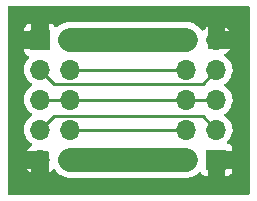
<source format=gbr>
%TF.GenerationSoftware,KiCad,Pcbnew,(6.0.1)*%
%TF.CreationDate,2022-03-23T16:26:21+01:00*%
%TF.ProjectId,tussenstukpw22,74757373-656e-4737-9475-6b707732322e,rev?*%
%TF.SameCoordinates,Original*%
%TF.FileFunction,Copper,L1,Top*%
%TF.FilePolarity,Positive*%
%FSLAX46Y46*%
G04 Gerber Fmt 4.6, Leading zero omitted, Abs format (unit mm)*
G04 Created by KiCad (PCBNEW (6.0.1)) date 2022-03-23 16:26:21*
%MOMM*%
%LPD*%
G01*
G04 APERTURE LIST*
%TA.AperFunction,ComponentPad*%
%ADD10R,1.700000X1.700000*%
%TD*%
%TA.AperFunction,ComponentPad*%
%ADD11O,1.700000X1.700000*%
%TD*%
%TA.AperFunction,Conductor*%
%ADD12C,2.000000*%
%TD*%
%TA.AperFunction,Conductor*%
%ADD13C,0.250000*%
%TD*%
G04 APERTURE END LIST*
D10*
%TO.P,J1,1,Pin_1*%
%TO.N,GND*%
X166245000Y-93375000D03*
D11*
%TO.P,J1,2,Pin_2*%
%TO.N,+24V*%
X168785000Y-93375000D03*
%TO.P,J1,3,Pin_3*%
%TO.N,/SDA*%
X166245000Y-95915000D03*
%TO.P,J1,4,Pin_4*%
%TO.N,/SCL*%
X168785000Y-95915000D03*
%TO.P,J1,5,Pin_5*%
%TO.N,/SEL*%
X166245000Y-98455000D03*
%TO.P,J1,6,Pin_6*%
X168785000Y-98455000D03*
%TO.P,J1,7,Pin_7*%
%TO.N,/SDA*%
X166245000Y-100995000D03*
%TO.P,J1,8,Pin_8*%
%TO.N,/SCL*%
X168785000Y-100995000D03*
%TO.P,J1,9,Pin_9*%
%TO.N,GND*%
X166245000Y-103535000D03*
%TO.P,J1,10,Pin_10*%
%TO.N,+24V*%
X168785000Y-103535000D03*
%TD*%
D10*
%TO.P,J2,1,Pin_1*%
%TO.N,GND*%
X181190000Y-103530000D03*
D11*
%TO.P,J2,2,Pin_2*%
%TO.N,+24V*%
X178650000Y-103530000D03*
%TO.P,J2,3,Pin_3*%
%TO.N,/SDA*%
X181190000Y-100990000D03*
%TO.P,J2,4,Pin_4*%
%TO.N,/SCL*%
X178650000Y-100990000D03*
%TO.P,J2,5,Pin_5*%
%TO.N,/SEL*%
X181190000Y-98450000D03*
%TO.P,J2,6,Pin_6*%
X178650000Y-98450000D03*
%TO.P,J2,7,Pin_7*%
%TO.N,/SDA*%
X181190000Y-95910000D03*
%TO.P,J2,8,Pin_8*%
%TO.N,/SCL*%
X178650000Y-95910000D03*
%TO.P,J2,9,Pin_9*%
%TO.N,GND*%
X181190000Y-93370000D03*
%TO.P,J2,10,Pin_10*%
%TO.N,+24V*%
X178650000Y-93370000D03*
%TD*%
D12*
%TO.N,+24V*%
X168785000Y-93375000D02*
X178645000Y-93375000D01*
X178645000Y-103535000D02*
X178650000Y-103530000D01*
X168785000Y-103535000D02*
X178645000Y-103535000D01*
X178645000Y-93375000D02*
X178650000Y-93370000D01*
D13*
%TO.N,/SDA*%
X180015489Y-99815489D02*
X181190000Y-100990000D01*
X167424511Y-99815489D02*
X180015489Y-99815489D01*
X167419511Y-97089511D02*
X180010489Y-97089511D01*
X180010489Y-97089511D02*
X181190000Y-95910000D01*
X166245000Y-95915000D02*
X167419511Y-97089511D01*
X166245000Y-100995000D02*
X167424511Y-99815489D01*
%TO.N,/SCL*%
X168785000Y-95915000D02*
X178645000Y-95915000D01*
X178645000Y-95915000D02*
X178650000Y-95910000D01*
X168785000Y-100995000D02*
X178645000Y-100995000D01*
X178645000Y-100995000D02*
X178650000Y-100990000D01*
%TO.N,/SEL*%
X178645000Y-98455000D02*
X178650000Y-98450000D01*
X166245000Y-98455000D02*
X168785000Y-98455000D01*
X178650000Y-98450000D02*
X181190000Y-98450000D01*
X168785000Y-98455000D02*
X178645000Y-98455000D01*
%TD*%
%TA.AperFunction,Conductor*%
%TO.N,GND*%
G36*
X183934121Y-90528002D02*
G01*
X183980614Y-90581658D01*
X183992000Y-90634000D01*
X183992000Y-106366000D01*
X183971998Y-106434121D01*
X183918342Y-106480614D01*
X183866000Y-106492000D01*
X163634000Y-106492000D01*
X163565879Y-106471998D01*
X163519386Y-106418342D01*
X163508000Y-106366000D01*
X163508000Y-104289741D01*
X165116290Y-104289741D01*
X165118536Y-104295965D01*
X165142694Y-104335388D01*
X165148777Y-104343699D01*
X165288213Y-104504667D01*
X165295580Y-104511883D01*
X165459434Y-104647916D01*
X165467880Y-104653831D01*
X165479359Y-104660538D01*
X165493045Y-104663934D01*
X165493965Y-104662778D01*
X165495000Y-104657482D01*
X165495000Y-104303115D01*
X165490525Y-104287876D01*
X165489135Y-104286671D01*
X165481452Y-104285000D01*
X165129931Y-104285000D01*
X165116400Y-104288973D01*
X165116290Y-104289741D01*
X163508000Y-104289741D01*
X163508000Y-100961695D01*
X164882251Y-100961695D01*
X164882548Y-100966848D01*
X164882548Y-100966851D01*
X164887914Y-101059908D01*
X164895110Y-101184715D01*
X164896247Y-101189761D01*
X164896248Y-101189767D01*
X164917265Y-101283023D01*
X164944222Y-101402639D01*
X165028266Y-101609616D01*
X165075955Y-101687438D01*
X165142291Y-101795688D01*
X165144987Y-101800088D01*
X165291250Y-101968938D01*
X165463126Y-102111632D01*
X165503443Y-102135191D01*
X165536955Y-102154774D01*
X165585679Y-102206412D01*
X165598750Y-102276195D01*
X165572019Y-102341967D01*
X165531562Y-102375327D01*
X165523457Y-102379546D01*
X165514738Y-102385036D01*
X165344433Y-102512905D01*
X165336726Y-102519748D01*
X165189590Y-102673717D01*
X165183104Y-102681727D01*
X165122865Y-102770034D01*
X165118653Y-102783046D01*
X165127076Y-102785000D01*
X166869000Y-102785000D01*
X166937121Y-102805002D01*
X166983614Y-102858658D01*
X166995000Y-102911000D01*
X166995000Y-104650071D01*
X166998751Y-104662844D01*
X167007284Y-104659424D01*
X167120328Y-104578792D01*
X167128200Y-104572139D01*
X167279052Y-104421812D01*
X167285723Y-104413972D01*
X167320672Y-104365336D01*
X167376667Y-104321688D01*
X167447370Y-104315242D01*
X167510335Y-104348045D01*
X167527207Y-104368039D01*
X167563752Y-104421812D01*
X167605544Y-104483307D01*
X167772332Y-104659681D01*
X167776358Y-104662759D01*
X167776359Y-104662760D01*
X167961154Y-104804047D01*
X167961158Y-104804050D01*
X167965174Y-104807120D01*
X167969632Y-104809510D01*
X167969633Y-104809511D01*
X168061335Y-104858681D01*
X168179109Y-104921831D01*
X168408631Y-105000862D01*
X168507978Y-105018022D01*
X168643926Y-105041504D01*
X168643932Y-105041505D01*
X168647836Y-105042179D01*
X168651797Y-105042359D01*
X168651798Y-105042359D01*
X168675506Y-105043436D01*
X168675525Y-105043436D01*
X168676925Y-105043500D01*
X178620984Y-105043500D01*
X178624502Y-105043549D01*
X178719150Y-105046193D01*
X178719153Y-105046193D01*
X178724205Y-105046334D01*
X178802098Y-105035941D01*
X178808639Y-105035242D01*
X178837332Y-105032933D01*
X178881923Y-105029346D01*
X178881927Y-105029345D01*
X178886965Y-105028940D01*
X178918878Y-105021101D01*
X178932258Y-105018574D01*
X178964820Y-105014229D01*
X178969661Y-105012768D01*
X178969663Y-105012767D01*
X179040029Y-104991522D01*
X179046392Y-104989781D01*
X179122706Y-104971037D01*
X179152952Y-104958199D01*
X179165763Y-104953561D01*
X179192362Y-104945530D01*
X179197208Y-104944067D01*
X179201756Y-104941849D01*
X179201763Y-104941846D01*
X179267818Y-104909629D01*
X179273820Y-104906893D01*
X179328871Y-104883525D01*
X179346156Y-104876188D01*
X179373956Y-104858681D01*
X179385860Y-104852055D01*
X179415388Y-104837654D01*
X179479600Y-104792357D01*
X179485086Y-104788699D01*
X179547286Y-104749529D01*
X179547287Y-104749528D01*
X179551567Y-104746833D01*
X179555356Y-104743492D01*
X179555362Y-104743488D01*
X179576217Y-104725102D01*
X179586912Y-104716656D01*
X179589863Y-104714574D01*
X179613747Y-104697726D01*
X179635250Y-104678091D01*
X179674966Y-104638375D01*
X179680719Y-104632971D01*
X179707238Y-104609592D01*
X179771561Y-104579548D01*
X179841919Y-104589049D01*
X179891387Y-104628542D01*
X179971715Y-104735724D01*
X179984276Y-104748285D01*
X180086351Y-104824786D01*
X180101946Y-104833324D01*
X180222394Y-104878478D01*
X180237649Y-104882105D01*
X180288514Y-104887631D01*
X180295328Y-104888000D01*
X180421885Y-104888000D01*
X180437124Y-104883525D01*
X180438329Y-104882135D01*
X180440000Y-104874452D01*
X180440000Y-104869884D01*
X181940000Y-104869884D01*
X181944475Y-104885123D01*
X181945865Y-104886328D01*
X181953548Y-104887999D01*
X182084669Y-104887999D01*
X182091490Y-104887629D01*
X182142352Y-104882105D01*
X182157604Y-104878479D01*
X182278054Y-104833324D01*
X182293649Y-104824786D01*
X182395724Y-104748285D01*
X182408285Y-104735724D01*
X182484786Y-104633649D01*
X182493324Y-104618054D01*
X182538478Y-104497606D01*
X182542105Y-104482351D01*
X182547631Y-104431486D01*
X182548000Y-104424672D01*
X182548000Y-104298115D01*
X182543525Y-104282876D01*
X182542135Y-104281671D01*
X182534452Y-104280000D01*
X181958115Y-104280000D01*
X181942876Y-104284475D01*
X181941671Y-104285865D01*
X181940000Y-104293548D01*
X181940000Y-104869884D01*
X180440000Y-104869884D01*
X180440000Y-102906000D01*
X180460002Y-102837879D01*
X180513658Y-102791386D01*
X180566000Y-102780000D01*
X182529884Y-102780000D01*
X182545123Y-102775525D01*
X182546328Y-102774135D01*
X182547999Y-102766452D01*
X182547999Y-102635331D01*
X182547629Y-102628510D01*
X182542105Y-102577648D01*
X182538479Y-102562396D01*
X182493324Y-102441946D01*
X182484786Y-102426351D01*
X182408285Y-102324276D01*
X182395724Y-102311715D01*
X182293649Y-102235214D01*
X182278054Y-102226676D01*
X182167813Y-102185348D01*
X182111049Y-102142706D01*
X182086349Y-102076145D01*
X182101557Y-102006796D01*
X182123104Y-101978115D01*
X182224430Y-101877144D01*
X182224440Y-101877132D01*
X182228096Y-101873489D01*
X182358453Y-101692077D01*
X182379320Y-101649857D01*
X182455136Y-101496453D01*
X182455137Y-101496451D01*
X182457430Y-101491811D01*
X182522370Y-101278069D01*
X182551529Y-101056590D01*
X182553156Y-100990000D01*
X182534852Y-100767361D01*
X182480431Y-100550702D01*
X182391354Y-100345840D01*
X182270014Y-100158277D01*
X182119670Y-99993051D01*
X182115619Y-99989852D01*
X182115615Y-99989848D01*
X181948414Y-99857800D01*
X181948410Y-99857798D01*
X181944359Y-99854598D01*
X181903053Y-99831796D01*
X181853084Y-99781364D01*
X181838312Y-99711921D01*
X181863428Y-99645516D01*
X181890780Y-99618909D01*
X181961693Y-99568327D01*
X182069860Y-99491173D01*
X182228096Y-99333489D01*
X182358453Y-99152077D01*
X182401574Y-99064829D01*
X182455136Y-98956453D01*
X182455137Y-98956451D01*
X182457430Y-98951811D01*
X182522370Y-98738069D01*
X182551529Y-98516590D01*
X182553156Y-98450000D01*
X182534852Y-98227361D01*
X182480431Y-98010702D01*
X182391354Y-97805840D01*
X182339194Y-97725213D01*
X182272822Y-97622617D01*
X182272820Y-97622614D01*
X182270014Y-97618277D01*
X182119670Y-97453051D01*
X182115619Y-97449852D01*
X182115615Y-97449848D01*
X181948414Y-97317800D01*
X181948410Y-97317798D01*
X181944359Y-97314598D01*
X181903053Y-97291796D01*
X181853084Y-97241364D01*
X181838312Y-97171921D01*
X181863428Y-97105516D01*
X181890780Y-97078909D01*
X181961693Y-97028327D01*
X182069860Y-96951173D01*
X182228096Y-96793489D01*
X182358453Y-96612077D01*
X182401574Y-96524829D01*
X182455136Y-96416453D01*
X182455137Y-96416451D01*
X182457430Y-96411811D01*
X182522370Y-96198069D01*
X182551529Y-95976590D01*
X182553156Y-95910000D01*
X182534852Y-95687361D01*
X182480431Y-95470702D01*
X182391354Y-95265840D01*
X182276059Y-95087621D01*
X182272822Y-95082617D01*
X182272820Y-95082614D01*
X182270014Y-95078277D01*
X182119670Y-94913051D01*
X182115619Y-94909852D01*
X182115615Y-94909848D01*
X181948414Y-94777800D01*
X181948410Y-94777798D01*
X181944359Y-94774598D01*
X181902569Y-94751529D01*
X181852598Y-94701097D01*
X181837826Y-94631654D01*
X181862942Y-94565248D01*
X181890294Y-94538641D01*
X182065328Y-94413792D01*
X182073200Y-94407139D01*
X182224051Y-94256813D01*
X182230728Y-94248967D01*
X182312829Y-94134712D01*
X182317216Y-94122208D01*
X182308199Y-94120000D01*
X180566000Y-94120000D01*
X180497879Y-94099998D01*
X180451386Y-94046342D01*
X180440000Y-93994000D01*
X180440000Y-92601885D01*
X181940000Y-92601885D01*
X181944475Y-92617124D01*
X181945865Y-92618329D01*
X181953548Y-92620000D01*
X182304173Y-92620000D01*
X182317683Y-92616033D01*
X182314877Y-92608544D01*
X182272427Y-92542926D01*
X182266136Y-92534757D01*
X182122806Y-92377240D01*
X182115273Y-92370215D01*
X181950924Y-92240421D01*
X181942095Y-92238458D01*
X181940714Y-92240285D01*
X181940000Y-92244189D01*
X181940000Y-92601885D01*
X180440000Y-92601885D01*
X180440000Y-92252971D01*
X180436374Y-92240623D01*
X180427306Y-92244387D01*
X180289433Y-92347905D01*
X180281726Y-92354748D01*
X180134590Y-92508717D01*
X180128107Y-92516724D01*
X180115116Y-92535768D01*
X180060205Y-92580771D01*
X179989681Y-92588944D01*
X179925933Y-92557690D01*
X179905595Y-92533758D01*
X179848597Y-92446657D01*
X179845826Y-92442422D01*
X179754721Y-92342648D01*
X179685551Y-92266897D01*
X179685549Y-92266895D01*
X179682142Y-92263164D01*
X179563685Y-92169276D01*
X179495871Y-92115527D01*
X179495865Y-92115523D01*
X179491902Y-92112382D01*
X179347780Y-92031835D01*
X179284422Y-91996425D01*
X179284419Y-91996424D01*
X179280002Y-91993955D01*
X179165948Y-91952442D01*
X179056652Y-91912661D01*
X179056647Y-91912660D01*
X179051895Y-91910930D01*
X179046926Y-91909982D01*
X179046922Y-91909981D01*
X178818422Y-91866393D01*
X178813447Y-91865444D01*
X178657949Y-91861100D01*
X178575850Y-91858807D01*
X178575847Y-91858807D01*
X178570795Y-91858666D01*
X178521054Y-91865303D01*
X178520379Y-91865393D01*
X178503715Y-91866500D01*
X168723999Y-91866500D01*
X168721491Y-91866702D01*
X168721486Y-91866702D01*
X168548076Y-91880654D01*
X168548071Y-91880655D01*
X168543035Y-91881060D01*
X168538127Y-91882266D01*
X168538124Y-91882266D01*
X168312208Y-91937756D01*
X168307294Y-91938963D01*
X168302642Y-91940938D01*
X168302638Y-91940939D01*
X168181819Y-91992224D01*
X168083844Y-92033812D01*
X168079560Y-92036510D01*
X167882712Y-92160472D01*
X167882709Y-92160474D01*
X167878433Y-92163167D01*
X167874639Y-92166512D01*
X167728031Y-92295763D01*
X167663705Y-92325808D01*
X167593347Y-92316307D01*
X167543880Y-92276814D01*
X167463285Y-92169276D01*
X167450724Y-92156715D01*
X167348649Y-92080214D01*
X167333054Y-92071676D01*
X167212606Y-92026522D01*
X167197351Y-92022895D01*
X167146486Y-92017369D01*
X167139672Y-92017000D01*
X167013115Y-92017000D01*
X166997876Y-92021475D01*
X166996671Y-92022865D01*
X166995000Y-92030548D01*
X166995000Y-93999000D01*
X166974998Y-94067121D01*
X166921342Y-94113614D01*
X166869000Y-94125000D01*
X164905116Y-94125000D01*
X164889877Y-94129475D01*
X164888672Y-94130865D01*
X164887001Y-94138548D01*
X164887001Y-94269669D01*
X164887371Y-94276490D01*
X164892895Y-94327352D01*
X164896521Y-94342604D01*
X164941676Y-94463054D01*
X164950214Y-94478649D01*
X165026715Y-94580724D01*
X165039276Y-94593285D01*
X165141351Y-94669786D01*
X165156946Y-94678324D01*
X165265827Y-94719142D01*
X165322591Y-94761784D01*
X165347291Y-94828345D01*
X165332083Y-94897694D01*
X165312691Y-94924175D01*
X165287411Y-94950629D01*
X165185629Y-95057138D01*
X165059743Y-95241680D01*
X164965688Y-95444305D01*
X164905989Y-95659570D01*
X164882251Y-95881695D01*
X164882548Y-95886848D01*
X164882548Y-95886851D01*
X164887914Y-95979908D01*
X164895110Y-96104715D01*
X164896247Y-96109761D01*
X164896248Y-96109767D01*
X164917265Y-96203023D01*
X164944222Y-96322639D01*
X165028266Y-96529616D01*
X165144987Y-96720088D01*
X165291250Y-96888938D01*
X165463126Y-97031632D01*
X165533595Y-97072811D01*
X165536445Y-97074476D01*
X165585169Y-97126114D01*
X165598240Y-97195897D01*
X165571509Y-97261669D01*
X165531055Y-97295027D01*
X165518607Y-97301507D01*
X165514474Y-97304610D01*
X165514471Y-97304612D01*
X165344100Y-97432530D01*
X165339965Y-97435635D01*
X165185629Y-97597138D01*
X165059743Y-97781680D01*
X164965688Y-97984305D01*
X164905989Y-98199570D01*
X164882251Y-98421695D01*
X164882548Y-98426848D01*
X164882548Y-98426851D01*
X164887914Y-98519908D01*
X164895110Y-98644715D01*
X164896247Y-98649761D01*
X164896248Y-98649767D01*
X164917265Y-98743023D01*
X164944222Y-98862639D01*
X165028266Y-99069616D01*
X165144987Y-99260088D01*
X165291250Y-99428938D01*
X165463126Y-99571632D01*
X165533595Y-99612811D01*
X165536445Y-99614476D01*
X165585169Y-99666114D01*
X165598240Y-99735897D01*
X165571509Y-99801669D01*
X165531055Y-99835027D01*
X165518607Y-99841507D01*
X165514474Y-99844610D01*
X165514471Y-99844612D01*
X165344100Y-99972530D01*
X165339965Y-99975635D01*
X165185629Y-100137138D01*
X165059743Y-100321680D01*
X164965688Y-100524305D01*
X164905989Y-100739570D01*
X164882251Y-100961695D01*
X163508000Y-100961695D01*
X163508000Y-92606885D01*
X164887000Y-92606885D01*
X164891475Y-92622124D01*
X164892865Y-92623329D01*
X164900548Y-92625000D01*
X165476885Y-92625000D01*
X165492124Y-92620525D01*
X165493329Y-92619135D01*
X165495000Y-92611452D01*
X165495000Y-92035116D01*
X165490525Y-92019877D01*
X165489135Y-92018672D01*
X165481452Y-92017001D01*
X165350331Y-92017001D01*
X165343510Y-92017371D01*
X165292648Y-92022895D01*
X165277396Y-92026521D01*
X165156946Y-92071676D01*
X165141351Y-92080214D01*
X165039276Y-92156715D01*
X165026715Y-92169276D01*
X164950214Y-92271351D01*
X164941676Y-92286946D01*
X164896522Y-92407394D01*
X164892895Y-92422649D01*
X164887369Y-92473514D01*
X164887000Y-92480328D01*
X164887000Y-92606885D01*
X163508000Y-92606885D01*
X163508000Y-90634000D01*
X163528002Y-90565879D01*
X163581658Y-90519386D01*
X163634000Y-90508000D01*
X183866000Y-90508000D01*
X183934121Y-90528002D01*
G37*
%TD.AperFunction*%
%TD*%
M02*

</source>
